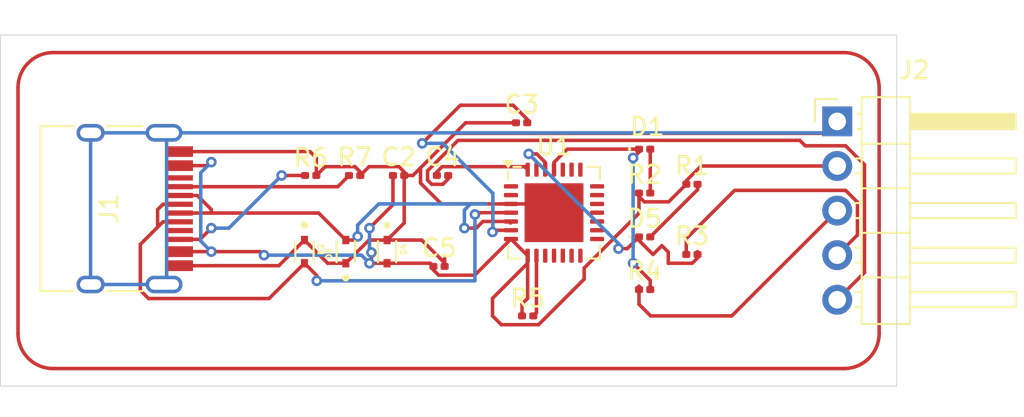
<source format=kicad_pcb>
(kicad_pcb (version 20241229) (generator "pcbnew") (generator_version "9.0")
  (layers (0 "F.Cu" signal) (2 "B.Cu" signal) (13 "F.Paste" user) (15 "B.Paste" user) (5 "F.SilkS" user "F.Silkscreen") (7 "B.SilkS" user "B.Silkscreen") (1 "F.Mask" user) (3 "B.Mask" user) (25 "Edge.Cuts" user))
  (net 0 "")
  (net 1 "/VBUS")
  (net 2 "GND")
  (net 3 "Net-(U1-VDD)")
  (net 4 "/RST")
  (net 5 "Net-(U1-~{DTR})")
  (net 6 "Net-(D1-K)")
  (net 7 "Net-(D1-A)")
  (net 8 "/D+")
  (net 9 "/D-")
  (net 10 "Net-(D5-K)")
  (net 11 "Net-(J1-CC2)")
  (net 14 "Net-(J1-CC1)")
  (net 15 "Net-(D5-A)")
  (net 16 "/TX")
  (net 17 "/RX")
  (net 18 "Net-(U1-~{RST})")
  (footprint "Capacitor_SMD:C_0201_0603Metric" (layer "F.Cu") (at 120.955 77.18)
    (property "Reference" "C5" (at 0 -1.05 0) (layer "F.SilkS"))
    (property "Value" "100nF")
    (pad "1" smd roundrect (at -0.32 0) (size 0.46 0.4) (layers "F.Cu" "F.Mask") (net 1 "/VBUS"))
    (pad "2" smd roundrect (at 0.32 0) (size 0.46 0.4) (layers "F.Cu" "F.Mask") (net 2 "GND"))
  )
  (footprint "Connector_USB:USB_C_Receptacle_HRO_TYPE-C-31-M-12" (layer "F.Cu") (at 102.18 73.89 -90)
    (property "Reference" "J1" (at 0 0 90) (layer "F.SilkS"))
    (property "Value" "USB_C_Receptacle_USB2.0_16P")
    (fp_line (start -4.7 3.9) (end 4.7 3.9) (stroke (width 0.12)) (layer "F.SilkS"))
    (fp_line (start -4.7 2) (end -4.7 3.9) (stroke (width 0.12)) (layer "F.SilkS"))
    (fp_line (start 4.7 2) (end 4.7 3.9) (stroke (width 0.12)) (layer "F.SilkS"))
    (fp_line (start -4.7 -1.9) (end -4.7 0.1) (stroke (width 0.12)) (layer "F.SilkS"))
    (fp_line (start 4.7 -1.9) (end 4.7 0.1) (stroke (width 0.12)) (layer "F.SilkS"))
    (pad "" np_thru_hole circle (at -2.89 -2.6 270) (size 0.65 0.65) (drill 0.65) (layers "*.Cu" "*.Mask"))
    (pad "" np_thru_hole circle (at 2.89 -2.6 270) (size 0.65 0.65) (drill 0.65) (layers "*.Cu" "*.Mask"))
    (pad "A1" smd rect (at -3.25 -4.045 270) (size 0.6 1.45) (layers "F.Cu" "F.Mask" "F.Paste") (net 2 "GND"))
    (pad "A4" smd rect (at -2.45 -4.045 270) (size 0.6 1.45) (layers "F.Cu" "F.Mask" "F.Paste") (net 1 "/VBUS"))
    (pad "A5" smd rect (at -1.25 -4.045 270) (size 0.3 1.45) (layers "F.Cu" "F.Mask" "F.Paste") (net 14 "Net-(J1-CC1)"))
    (pad "A6" smd rect (at -0.25 -4.045 270) (size 0.3 1.45) (layers "F.Cu" "F.Mask" "F.Paste") (net 8 "/D+"))
    (pad "A7" smd rect (at 0.25 -4.045 270) (size 0.3 1.45) (layers "F.Cu" "F.Mask" "F.Paste") (net 9 "/D-"))
    (pad "A8" smd rect (at 1.25 -4.045 270) (size 0.3 1.45) (layers "F.Cu" "F.Mask" "F.Paste"))
    (pad "A9" smd rect (at 2.45 -4.045 270) (size 0.6 1.45) (layers "F.Cu" "F.Mask" "F.Paste") (net 1 "/VBUS"))
    (pad "A12" smd rect (at 3.25 -4.045 270) (size 0.6 1.45) (layers "F.Cu" "F.Mask" "F.Paste") (net 2 "GND"))
    (pad "B1" smd rect (at 3.25 -4.045 270) (size 0.6 1.45) (layers "F.Cu" "F.Mask" "F.Paste") (net 2 "GND"))
    (pad "B4" smd rect (at 2.45 -4.045 270) (size 0.6 1.45) (layers "F.Cu" "F.Mask" "F.Paste") (net 1 "/VBUS"))
    (pad "B5" smd rect (at 1.75 -4.045 270) (size 0.3 1.45) (layers "F.Cu" "F.Mask" "F.Paste") (net 11 "Net-(J1-CC2)"))
    (pad "B6" smd rect (at 0.75 -4.045 270) (size 0.3 1.45) (layers "F.Cu" "F.Mask" "F.Paste") (net 8 "/D+"))
    (pad "B7" smd rect (at -0.75 -4.045 270) (size 0.3 1.45) (layers "F.Cu" "F.Mask" "F.Paste") (net 9 "/D-"))
    (pad "B8" smd rect (at -1.75 -4.045 270) (size 0.3 1.45) (layers "F.Cu" "F.Mask" "F.Paste"))
    (pad "B9" smd rect (at -2.45 -4.045 270) (size 0.6 1.45) (layers "F.Cu" "F.Mask" "F.Paste") (net 1 "/VBUS"))
    (pad "B12" smd rect (at -3.25 -4.045 270) (size 0.6 1.45) (layers "F.Cu" "F.Mask" "F.Paste") (net 2 "GND"))
    (pad "S1" thru_hole oval (at -4.32 -3.13 270) (size 1 2.1) (drill oval 0.6 1.7) (property pad_prop_heatsink) (layers "*.Cu" "*.Mask") (net 2 "GND"))
    (pad "S1" thru_hole oval (at -4.32 1.05 270) (size 1 1.6) (drill oval 0.6 1.2) (property pad_prop_heatsink) (layers "*.Cu" "*.Mask") (net 2 "GND"))
    (pad "S1" thru_hole oval (at 4.32 -3.13 270) (size 1 2.1) (drill oval 0.6 1.7) (property pad_prop_heatsink) (layers "*.Cu" "*.Mask") (net 2 "GND"))
    (pad "S1" thru_hole oval (at 4.32 1.05 270) (size 1 1.6) (drill oval 0.6 1.2) (property pad_prop_heatsink) (layers "*.Cu" "*.Mask") (net 2 "GND"))
  )
  (footprint "Resistor_SMD:R_0201_0603Metric" (layer "F.Cu") (at 135.345 76.5)
    (property "Reference" "R3" (at 0 -1.05 0) (layer "F.SilkS"))
    (property "Value" "1K")
    (pad "1" smd roundrect (at -0.32 0) (size 0.46 0.4) (layers "F.Cu" "F.Mask") (net 16 "/TX"))
    (pad "2" smd roundrect (at 0.32 0) (size 0.46 0.4) (layers "F.Cu" "F.Mask") (net 10 "Net-(D5-K)"))
  )
  (footprint "LED_SMD:LED_0201_0603Metric" (layer "F.Cu") (at 132.655 70.5)
    (property "Reference" "D1" (at 0.16 -1.28 0) (layer "F.SilkS"))
    (property "Value" "LED")
    (fp_circle (center -0.86 0) (end -0.81 0) (stroke (width 0.1)) (fill no) (layer "F.SilkS"))
    (pad "1" smd roundrect (at -0.32 0) (size 0.46 0.4) (layers "F.Cu" "F.Mask") (net 6 "Net-(D1-K)"))
    (pad "2" smd roundrect (at 0.32 0) (size 0.46 0.4) (layers "F.Cu" "F.Mask") (net 7 "Net-(D1-A)"))
  )
  (footprint "LED_SMD:LED_0201_0603Metric" (layer "F.Cu") (at 132.655 75.5)
    (property "Reference" "D5" (at 0 -1.05 0) (layer "F.SilkS"))
    (property "Value" "LED")
    (fp_circle (center -0.86 0) (end -0.81 0) (stroke (width 0.1)) (fill no) (layer "F.SilkS"))
    (pad "1" smd roundrect (at -0.32 0) (size 0.46 0.4) (layers "F.Cu" "F.Mask") (net 10 "Net-(D5-K)"))
    (pad "2" smd roundrect (at 0.32 0) (size 0.46 0.4) (layers "F.Cu" "F.Mask") (net 15 "Net-(D5-A)"))
  )
  (footprint "Resistor_SMD:R_0201_0603Metric" (layer "F.Cu") (at 132.655 78.5)
    (property "Reference" "R4" (at 0 -1.05 0) (layer "F.SilkS"))
    (property "Value" "1K")
    (pad "1" smd roundrect (at -0.32 0) (size 0.46 0.4) (layers "F.Cu" "F.Mask") (net 17 "/RX"))
    (pad "2" smd roundrect (at 0.32 0) (size 0.46 0.4) (layers "F.Cu" "F.Mask") (net 6 "Net-(D1-K)"))
  )
  (footprint "LESD5D5.0CT1G:TVS_LESD5D5.0CT1G" (layer "F.Cu") (at 113.3 76.34 -90)
    (property "Reference" "D2" (at -0.134 -0.9532 90) (layer "F.SilkS") (effects (font (size 0.32 0.32))))
    (property "Value" "LESD5D5.0CT1G")
    (fp_line (start 0.6 0.52) (end -0.6 0.52) (stroke (width 0.127)) (layer "F.SilkS"))
    (fp_line (start -0.6 -0.52) (end 0.6 -0.52) (stroke (width 0.127)) (layer "F.SilkS"))
    (fp_circle (center -1.5 0) (end -1.4 0) (stroke (width 0.2)) (fill no) (layer "F.SilkS"))
    (pad "1" smd rect (at -0.66 0 270) (size 0.48 0.4) (layers "F.Cu" "F.Mask" "F.Paste") (net 2 "GND"))
    (pad "2" smd rect (at 0.66 0 270) (size 0.48 0.4) (layers "F.Cu" "F.Mask" "F.Paste") (net 8 "/D+"))
  )
  (footprint "Connector_PinHeader_2.54mm:PinHeader_1x05_P2.54mm_Horizontal" (layer "F.Cu") (at 143.615 68.92)
    (property "Reference" "J2" (at 4.385 -2.92 0) (layer "F.SilkS"))
    (property "Value" "Conn_01x05_Pin")
    (fp_line (start -1.27 -1.27) (end 0 -1.27) (stroke (width 0.12)) (layer "F.SilkS"))
    (fp_line (start -1.27 0) (end -1.27 -1.27) (stroke (width 0.12)) (layer "F.SilkS"))
    (fp_line (start 1.077358 2.11) (end 1.39 2.11) (stroke (width 0.12)) (layer "F.SilkS"))
    (fp_line (start 1.077358 2.97) (end 1.39 2.97) (stroke (width 0.12)) (layer "F.SilkS"))
    (fp_line (start 1.077358 4.65) (end 1.39 4.65) (stroke (width 0.12)) (layer "F.SilkS"))
    (fp_line (start 1.077358 5.51) (end 1.39 5.51) (stroke (width 0.12)) (layer "F.SilkS"))
    (fp_line (start 1.077358 7.19) (end 1.39 7.19) (stroke (width 0.12)) (layer "F.SilkS"))
    (fp_line (start 1.077358 8.05) (end 1.39 8.05) (stroke (width 0.12)) (layer "F.SilkS"))
    (fp_line (start 1.077358 9.73) (end 1.39 9.73) (stroke (width 0.12)) (layer "F.SilkS"))
    (fp_line (start 1.077358 10.59) (end 1.39 10.59) (stroke (width 0.12)) (layer "F.SilkS"))
    (fp_line (start 1.16 -0.43) (end 1.39 -0.43) (stroke (width 0.12)) (layer "F.SilkS"))
    (fp_line (start 1.16 0.43) (end 1.39 0.43) (stroke (width 0.12)) (layer "F.SilkS"))
    (fp_line (start 1.39 -1.38) (end 1.39 11.54) (stroke (width 0.12)) (layer "F.SilkS"))
    (fp_line (start 1.39 1.27) (end 4.15 1.27) (stroke (width 0.12)) (layer "F.SilkS"))
    (fp_line (start 1.39 3.81) (end 4.15 3.81) (stroke (width 0.12)) (layer "F.SilkS"))
    (fp_line (start 1.39 6.35) (end 4.15 6.35) (stroke (width 0.12)) (layer "F.SilkS"))
    (fp_line (start 1.39 8.89) (end 4.15 8.89) (stroke (width 0.12)) (layer "F.SilkS"))
    (fp_line (start 1.39 11.54) (end 4.15 11.54) (stroke (width 0.12)) (layer "F.SilkS"))
    (fp_line (start 4.15 -1.38) (end 1.39 -1.38) (stroke (width 0.12)) (layer "F.SilkS"))
    (fp_line (start 4.15 2.11) (end 10.15 2.11) (stroke (width 0.12)) (layer "F.SilkS"))
    (fp_line (start 4.15 4.65) (end 10.15 4.65) (stroke (width 0.12)) (layer "F.SilkS"))
    (fp_line (start 4.15 7.19) (end 10.15 7.19) (stroke (width 0.12)) (layer "F.SilkS"))
    (fp_line (start 4.15 9.73) (end 10.15 9.73) (stroke (width 0.12)) (layer "F.SilkS"))
    (fp_line (start 4.15 11.54) (end 4.15 -1.38) (stroke (width 0.12)) (layer "F.SilkS"))
    (fp_line (start 10.15 2.11) (end 10.15 2.97) (stroke (width 0.12)) (layer "F.SilkS"))
    (fp_line (start 10.15 2.97) (end 4.15 2.97) (stroke (width 0.12)) (layer "F.SilkS"))
    (fp_line (start 10.15 4.65) (end 10.15 5.51) (stroke (width 0.12)) (layer "F.SilkS"))
    (fp_line (start 10.15 5.51) (end 4.15 5.51) (stroke (width 0.12)) (layer "F.SilkS"))
    (fp_line (start 10.15 7.19) (end 10.15 8.05) (stroke (width 0.12)) (layer "F.SilkS"))
    (fp_line (start 10.15 8.05) (end 4.15 8.05) (stroke (width 0.12)) (layer "F.SilkS"))
    (fp_line (start 10.15 9.73) (end 10.15 10.59) (stroke (width 0.12)) (layer "F.SilkS"))
    (fp_line (start 10.15 10.59) (end 4.15 10.59) (stroke (width 0.12)) (layer "F.SilkS"))
    (fp_rect (start 4.15 -0.43) (end 10.15 0.43) (stroke (width 0.12)) (fill yes) (layer "F.SilkS"))
    (pad "1" thru_hole rect (at 0 0) (size 1.7 1.7) (drill 1) (layers "*.Cu" "*.Mask") (net 2 "GND"))
    (pad "2" thru_hole circle (at 0 2.54) (size 1.7 1.7) (drill 1) (layers "*.Cu" "*.Mask") (net 1 "/VBUS"))
    (pad "3" thru_hole circle (at 0 5.08) (size 1.7 1.7) (drill 1) (layers "*.Cu" "*.Mask") (net 17 "/RX"))
    (pad "4" thru_hole circle (at 0 7.62) (size 1.7 1.7) (drill 1) (layers "*.Cu" "*.Mask") (net 16 "/TX"))
    (pad "5" thru_hole circle (at 0 10.16) (size 1.7 1.7) (drill 1) (layers "*.Cu" "*.Mask") (net 4 "/RST"))
  )
  (footprint "Resistor_SMD:R_0201_0603Metric" (layer "F.Cu") (at 116.155 72)
    (property "Reference" "R7" (at 0 -1.05 0) (layer "F.SilkS"))
    (property "Value" "5.1K")
    (pad "1" smd roundrect (at -0.32 0) (size 0.46 0.4) (layers "F.Cu" "F.Mask") (net 14 "Net-(J1-CC1)"))
    (pad "2" smd roundrect (at 0.32 0) (size 0.46 0.4) (layers "F.Cu" "F.Mask") (net 2 "GND"))
  )
  (footprint "Resistor_SMD:R_0201_0603Metric" (layer "F.Cu") (at 135.345 72.5)
    (property "Reference" "R1" (at 0 -1.05 0) (layer "F.SilkS"))
    (property "Value" "1K")
    (pad "1" smd roundrect (at -0.32 0) (size 0.46 0.4) (layers "F.Cu" "F.Mask") (net 1 "/VBUS"))
    (pad "2" smd roundrect (at 0.32 0) (size 0.46 0.4) (layers "F.Cu" "F.Mask") (net 15 "Net-(D5-A)"))
  )
  (footprint "Resistor_SMD:R_0201_0603Metric" (layer "F.Cu") (at 132.655 73)
    (property "Reference" "R2" (at 0 -1.05 0) (layer "F.SilkS"))
    (property "Value" "1K")
    (pad "1" smd roundrect (at -0.32 0) (size 0.46 0.4) (layers "F.Cu" "F.Mask") (net 1 "/VBUS"))
    (pad "2" smd roundrect (at 0.32 0) (size 0.46 0.4) (layers "F.Cu" "F.Mask") (net 7 "Net-(D1-A)"))
  )
  (footprint "Resistor_SMD:R_0201_0603Metric" (layer "F.Cu") (at 126 80)
    (property "Reference" "R5" (at 0 -1 0) (layer "F.SilkS"))
    (property "Value" "10K")
    (pad "1" smd roundrect (at -0.32 0) (size 0.46 0.4) (layers "F.Cu" "F.Mask") (net 1 "/VBUS"))
    (pad "2" smd roundrect (at 0.32 0) (size 0.46 0.4) (layers "F.Cu" "F.Mask") (net 18 "Net-(U1-~{RST})"))
  )
  (footprint "LESD5D5.0CT1G:TVS_LESD5D5.0CT1G" (layer "F.Cu") (at 115.65 76.34 90)
    (property "Reference" "D3" (at -0.134 -0.9532 90) (layer "F.SilkS") (effects (font (size 0.32 0.32))))
    (property "Value" "LESD5D5.0CT1G")
    (fp_line (start -0.6 -0.52) (end 0.6 -0.52) (stroke (width 0.127)) (layer "F.SilkS"))
    (fp_line (start 0.6 0.52) (end -0.6 0.52) (stroke (width 0.127)) (layer "F.SilkS"))
    (fp_circle (center -1.5 0) (end -1.4 0) (stroke (width 0.2)) (fill no) (layer "F.SilkS"))
    (pad "1" smd rect (at -0.66 0 90) (size 0.48 0.4) (layers "F.Cu" "F.Mask" "F.Paste") (net 2 "GND"))
    (pad "2" smd rect (at 0.66 0 90) (size 0.48 0.4) (layers "F.Cu" "F.Mask" "F.Paste") (net 9 "/D-"))
  )
  (footprint "Package_DFN_QFN:QFN-28-1EP_5x5mm_P0.5mm_EP3.35x3.35mm" (layer "F.Cu") (at 127.5 74.12)
    (property "Reference" "U1" (at 0 -3.8 0) (layer "F.SilkS"))
    (property "Value" "CP2102N-Axx-xQFN28")
    (fp_line (start -2.61 -1.885) (end -2.61 -2.37) (stroke (width 0.12)) (layer "F.SilkS"))
    (fp_line (start -2.61 2.61) (end -2.61 1.885) (stroke (width 0.12)) (layer "F.SilkS"))
    (fp_line (start -1.885 -2.61) (end -2.31 -2.61) (stroke (width 0.12)) (layer "F.SilkS"))
    (fp_line (start -1.885 2.61) (end -2.61 2.61) (stroke (width 0.12)) (layer "F.SilkS"))
    (fp_line (start 1.885 -2.61) (end 2.61 -2.61) (stroke (width 0.12)) (layer "F.SilkS"))
    (fp_line (start 1.885 2.61) (end 2.61 2.61) (stroke (width 0.12)) (layer "F.SilkS"))
    (fp_line (start 2.61 -2.61) (end 2.61 -1.885) (stroke (width 0.12)) (layer "F.SilkS"))
    (fp_line (start 2.61 2.61) (end 2.61 1.885) (stroke (width 0.12)) (layer "F.SilkS"))
    (fp_poly (pts (xy -2.61 -2.61) (xy -2.85 -2.94) (xy -2.37 -2.94)) (stroke (width 0.12)) (fill yes) (layer "F.SilkS"))
    (pad "1" smd roundrect (at -2.45 -1.5) (size 0.8 0.25) (layers "F.Cu" "F.Mask" "F.Paste"))
    (pad "2" smd roundrect (at -2.45 -1) (size 0.8 0.25) (layers "F.Cu" "F.Mask" "F.Paste"))
    (pad "3" smd roundrect (at -2.45 -0.5) (size 0.8 0.25) (layers "F.Cu" "F.Mask" "F.Paste") (net 2 "GND"))
    (pad "4" smd roundrect (at -2.45 0) (size 0.8 0.25) (layers "F.Cu" "F.Mask" "F.Paste") (net 8 "/D+"))
    (pad "5" smd roundrect (at -2.45 0.5) (size 0.8 0.25) (layers "F.Cu" "F.Mask" "F.Paste") (net 9 "/D-"))
    (pad "6" smd roundrect (at -2.45 1) (size 0.8 0.25) (layers "F.Cu" "F.Mask" "F.Paste") (net 3 "Net-(U1-VDD)"))
    (pad "7" smd roundrect (at -2.45 1.5) (size 0.8 0.25) (layers "F.Cu" "F.Mask" "F.Paste") (net 1 "/VBUS"))
    (pad "8" smd roundrect (at -1.5 2.45) (size 0.25 0.8) (layers "F.Cu" "F.Mask" "F.Paste") (net 1 "/VBUS"))
    (pad "9" smd roundrect (at -1 2.45) (size 0.25 0.8) (layers "F.Cu" "F.Mask" "F.Paste") (net 18 "Net-(U1-~{RST})"))
    (pad "10" smd roundrect (at -0.5 2.45) (size 0.25 0.8) (layers "F.Cu" "F.Mask" "F.Paste"))
    (pad "11" smd roundrect (at 0 2.45) (size 0.25 0.8) (layers "F.Cu" "F.Mask" "F.Paste"))
    (pad "12" smd roundrect (at 0.5 2.45) (size 0.25 0.8) (layers "F.Cu" "F.Mask" "F.Paste"))
    (pad "13" smd roundrect (at 1 2.45) (size 0.25 0.8) (layers "F.Cu" "F.Mask" "F.Paste"))
    (pad "14" smd roundrect (at 1.5 2.45) (size 0.25 0.8) (layers "F.Cu" "F.Mask" "F.Paste"))
    (pad "15" smd roundrect (at 2.45 1.5) (size 0.8 0.25) (layers "F.Cu" "F.Mask" "F.Paste"))
    (pad "16" smd roundrect (at 2.45 1) (size 0.8 0.25) (layers "F.Cu" "F.Mask" "F.Paste"))
    (pad "17" smd roundrect (at 2.45 0.5) (size 0.8 0.25) (layers "F.Cu" "F.Mask" "F.Paste"))
    (pad "18" smd roundrect (at 2.45 0) (size 0.8 0.25) (layers "F.Cu" "F.Mask" "F.Paste"))
    (pad "19" smd roundrect (at 2.45 -0.5) (size 0.8 0.25) (layers "F.Cu" "F.Mask" "F.Paste"))
    (pad "20" smd roundrect (at 2.45 -1) (size 0.8 0.25) (layers "F.Cu" "F.Mask" "F.Paste"))
    (pad "21" smd roundrect (at 2.45 -1.5) (size 0.8 0.25) (layers "F.Cu" "F.Mask" "F.Paste"))
    (pad "22" smd roundrect (at 1.5 -2.45) (size 0.25 0.8) (layers "F.Cu" "F.Mask" "F.Paste"))
    (pad "23" smd roundrect (at 1 -2.45) (size 0.25 0.8) (layers "F.Cu" "F.Mask" "F.Paste"))
    (pad "24" smd roundrect (at 0.5 -2.45) (size 0.25 0.8) (layers "F.Cu" "F.Mask" "F.Paste"))
    (pad "25" smd roundrect (at 0 -2.45) (size 0.25 0.8) (layers "F.Cu" "F.Mask" "F.Paste") (net 6 "Net-(D1-K)"))
    (pad "26" smd roundrect (at -0.5 -2.45) (size 0.25 0.8) (layers "F.Cu" "F.Mask" "F.Paste") (net 10 "Net-(D5-K)"))
    (pad "27" smd roundrect (at -1 -2.45) (size 0.25 0.8) (layers "F.Cu" "F.Mask" "F.Paste"))
    (pad "28" smd roundrect (at -1.5 -2.45) (size 0.25 0.8) (layers "F.Cu" "F.Mask" "F.Paste") (net 5 "Net-(U1-~{DTR})"))
    (pad "29" smd rect (at 0 0) (size 3.35 3.35) (property pad_prop_heatsink) (layers "F.Cu" "F.Mask") (net 2 "GND"))
  )
  (footprint "Capacitor_SMD:C_0201_0603Metric" (layer "F.Cu") (at 125.655 69)
    (property "Reference" "C3" (at 0 -1.05 0) (layer "F.SilkS"))
    (property "Value" "100nF")
    (pad "1" smd roundrect (at -0.32 0) (size 0.46 0.4) (layers "F.Cu" "F.Mask") (net 2 "GND"))
    (pad "2" smd roundrect (at 0.32 0) (size 0.46 0.4) (layers "F.Cu" "F.Mask") (net 3 "Net-(U1-VDD)"))
  )
  (footprint "Capacitor_SMD:C_0201_0603Metric" (layer "F.Cu") (at 121.155 72)
    (property "Reference" "C4" (at 0 -1.05 0) (layer "F.SilkS"))
    (property "Value" "100nF")
    (pad "1" smd roundrect (at -0.32 0) (size 0.46 0.4) (layers "F.Cu" "F.Mask") (net 5 "Net-(U1-~{DTR})"))
    (pad "2" smd roundrect (at 0.32 0) (size 0.46 0.4) (layers "F.Cu" "F.Mask") (net 4 "/RST"))
  )
  (footprint "Resistor_SMD:R_0201_0603Metric" (layer "F.Cu") (at 113.655 72)
    (property "Reference" "R6" (at 0 -1 0) (layer "F.SilkS"))
    (property "Value" "5.1K")
    (pad "1" smd roundrect (at -0.32 0) (size 0.46 0.4) (layers "F.Cu" "F.Mask") (net 11 "Net-(J1-CC2)"))
    (pad "2" smd roundrect (at 0.32 0) (size 0.46 0.4) (layers "F.Cu" "F.Mask") (net 2 "GND"))
  )
  (footprint "LESD5D5.0CT1G:TVS_LESD5D5.0CT1G" (layer "F.Cu") (at 118 76.34 -90)
    (property "Reference" "D4" (at -0.134 -0.9532 90) (layer "F.SilkS") (effects (font (size 0.32 0.32))))
    (property "Value" "LESD5D5.0CT1G")
    (fp_line (start 0.6 0.52) (end -0.6 0.52) (stroke (width 0.127)) (layer "F.SilkS"))
    (fp_line (start -0.6 -0.52) (end 0.6 -0.52) (stroke (width 0.127)) (layer "F.SilkS"))
    (fp_circle (center -1.5 0) (end -1.4 0) (stroke (width 0.2)) (fill no) (layer "F.SilkS"))
    (pad "1" smd rect (at -0.66 0 270) (size 0.48 0.4) (layers "F.Cu" "F.Mask" "F.Paste") (net 2 "GND"))
    (pad "2" smd rect (at 0.66 0 270) (size 0.48 0.4) (layers "F.Cu" "F.Mask" "F.Paste") (net 1 "/VBUS"))
  )
  (footprint "Capacitor_SMD:C_0201_0603Metric" (layer "F.Cu") (at 118.655 72)
    (property "Reference" "C2" (at 0 -1.05 0) (layer "F.SilkS"))
    (property "Value" "100nF")
    (pad "1" smd roundrect (at -0.32 0) (size 0.46 0.4) (layers "F.Cu" "F.Mask") (net 1 "/VBUS"))
    (pad "2" smd roundrect (at 0.32 0) (size 0.46 0.4) (layers "F.Cu" "F.Mask") (net 2 "GND"))
  )
  (gr_line (start 97 81) (end 97 67) (stroke (width 0.2)) (layer "F.Cu"))
  (gr_arc (start 144 65) (mid 145.414214 65.585786) (end 146 67) (stroke (width 0.2)) (layer "F.Cu"))
  (gr_line (start 144 83) (end 99 83) (stroke (width 0.2)) (layer "F.Cu"))
  (gr_line (start 99 65) (end 144 65) (stroke (width 0.2)) (layer "F.Cu"))
  (gr_arc (start 97 67) (mid 97.585786 65.585786) (end 99 65) (stroke (width 0.2)) (layer "F.Cu"))
  (gr_arc (start 146 81) (mid 145.414214 82.414214) (end 144 83) (stroke (width 0.2)) (layer "F.Cu"))
  (gr_line (start 146 67) (end 146 81) (stroke (width 0.2)) (layer "F.Cu"))
  (gr_arc (start 99 83) (mid 97.585786 82.414214) (end 97 81) (stroke (width 0.2)) (layer "F.Cu"))
  (gr_poly (pts (xy 96 64) (xy 147 64) (xy 147 84) (xy 96 84)) (stroke (width 0.05)) (fill no) (layer "Edge.Cuts"))
  (segment (start 124 79) (end 126 77) (width 0.2) (layer "F.Cu") (net 1))
  (segment (start 134.024 73.501) (end 132.636001 73.501) (width 0.2) (layer "F.Cu") (net 1))
  (segment (start 124.501 80.501) (end 124 80) (width 0.2) (layer "F.Cu") (net 1))
  (segment (start 106.225 76.34) (end 108 76.34) (width 0.2) (layer "F.Cu") (net 1))
  (segment (start 126.61887 80.501) (end 124.501 80.501) (width 0.2) (layer "F.Cu") (net 1))
  (segment (start 118 77) (end 120.455 77) (width 0.2) (layer "F.Cu") (net 1))
  (segment (start 135.025 72.5) (end 135.025 72.300001) (width 0.2) (layer "F.Cu") (net 1))
  (segment (start 129.214798 77.905072) (end 126.61887 80.501) (width 0.2) (layer "F.Cu") (net 1))
  (segment (start 106.225 71.44) (end 107.8 71.44) (width 0.2) (layer "F.Cu") (net 1))
  (segment (start 125.05 75.62) (end 122.989 77.681) (width 0.2) (layer "F.Cu") (net 1))
  (segment (start 125.72 79.96) (end 125.68 80) (width 0.2) (layer "F.Cu") (net 1))
  (segment (start 125.68 79.32) (end 126 79) (width 0.2) (layer "F.Cu") (net 1))
  (segment (start 120.635 77.379999) (end 120.635 77.18) (width 0.2) (layer "F.Cu") (net 1))
  (segment (start 132.636001 73.501) (end 132.335 73.199999) (width 0.2) (layer "F.Cu") (net 1))
  (segment (start 120.936001 77.681) (end 120.635 77.379999) (width 0.2) (layer "F.Cu") (net 1))
  (segment (start 117.109265 76.389265) (end 117.109265 76.890735) (width 0.2) (layer "F.Cu") (net 1))
  (segment (start 132.335 73) (end 132.335 74.150798) (width 0.2) (layer "F.Cu") (net 1))
  (segment (start 129.214798 77.271) (end 129.214798 77.905072) (width 0.2) (layer "F.Cu") (net 1))
  (segment (start 126 77) (end 126 76.57) (width 0.2) (layer "F.Cu") (net 1))
  (segment (start 118.335 73.665) (end 117 75) (width 0.2) (layer "F.Cu") (net 1))
  (segment (start 135.865001 71.46) (end 143.615 71.46) (width 0.2) (layer "F.Cu") (net 1))
  (segment (start 135.025 72.300001) (end 135.865001 71.46) (width 0.2) (layer "F.Cu") (net 1))
  (segment (start 107.8 71.44) (end 108 71.24) (width 0.2) (layer "F.Cu") (net 1))
  (segment (start 117 77) (end 118 77) (width 0.2) (layer "F.Cu") (net 1))
  (segment (start 132.335 73.199999) (end 132.335 73) (width 0.2) (layer "F.Cu") (net 1))
  (segment (start 126 79) (end 126 76.57) (width 0.2) (layer "F.Cu") (net 1))
  (segment (start 108 76.34) (end 110.8 76.34) (width 0.2) (layer "F.Cu") (net 1))
  (segment (start 125.68 80) (end 125.68 79.32) (width 0.2) (layer "F.Cu") (net 1))
  (segment (start 124 80) (end 124 79) (width 0.2) (layer "F.Cu") (net 1))
  (segment (start 122.989 77.681) (end 120.936001 77.681) (width 0.2) (layer "F.Cu") (net 1))
  (segment (start 110.8 76.34) (end 111 76.54) (width 0.2) (layer "F.Cu") (net 1))
  (segment (start 117.109265 76.890735) (end 117 77) (width 0.2) (layer "F.Cu") (net 1))
  (segment (start 125.05 75.62) (end 126 76.57) (width 0.2) (layer "F.Cu") (net 1))
  (segment (start 135.025 72.5) (end 134.024 73.501) (width 0.2) (layer "F.Cu") (net 1))
  (segment (start 120.455 77) (end 120.635 77.18) (width 0.2) (layer "F.Cu") (net 1))
  (segment (start 118.335 72) (end 118.335 73.665) (width 0.2) (layer "F.Cu") (net 1))
  (segment (start 132.335 74.150798) (end 129.214798 77.271) (width 0.2) (layer "F.Cu") (net 1))
  (via (at 111 76.54) (size 0.6) (drill 0.3) (layers "F.Cu" "B.Cu") (net 1))
  (via (at 108 71.24) (size 0.6) (drill 0.3) (layers "F.Cu" "B.Cu") (net 1))
  (via (at 117 77) (size 0.6) (drill 0.3) (layers "F.Cu" "B.Cu") (net 1))
  (via (at 117.109265 76.389265) (size 0.6) (drill 0.3) (layers "F.Cu" "B.Cu") (net 1))
  (via (at 117 75) (size 0.6) (drill 0.3) (layers "F.Cu" "B.Cu") (net 1))
  (via (at 108 76.34) (size 0.6) (drill 0.3) (layers "F.Cu" "B.Cu") (net 1))
  (segment (start 108 71.24) (end 107.399 71.841) (width 0.2) (layer "B.Cu") (net 1))
  (segment (start 107.399 71.841) (end 107.399 75.739) (width 0.2) (layer "B.Cu") (net 1))
  (segment (start 117 76.28) (end 117.109265 76.389265) (width 0.2) (layer "B.Cu") (net 1))
  (segment (start 111 76.54) (end 116.54 76.54) (width 0.2) (layer "B.Cu") (net 1))
  (segment (start 107.399 75.739) (end 108 76.34) (width 0.2) (layer "B.Cu") (net 1))
  (segment (start 116.54 76.54) (end 117 77) (width 0.2) (layer "B.Cu") (net 1))
  (segment (start 117 75) (end 117 76.28) (width 0.2) (layer "B.Cu") (net 1))
  (segment (start 122.46803 69) (end 121.87003 69.598) (width 0.2) (layer "F.Cu") (net 2))
  (segment (start 127 73.62) (end 127.5 74.12) (width 0.2) (layer "F.Cu") (net 2))
  (segment (start 118 75.68) (end 118.975 74.705) (width 0.2) (layer "F.Cu") (net 2))
  (segment (start 111.84 77.14) (end 106.225 77.14) (width 0.2) (layer "F.Cu") (net 2))
  (segment (start 114.476 71.499) (end 113.975 72) (width 0.2) (layer "F.Cu") (net 2))
  (segment (start 113.617 70.64) (end 106.225 70.64) (width 0.2) (layer "F.Cu") (net 2))
  (segment (start 119.903 71.56503) (end 119.903 72.43497) (width 0.2) (layer "F.Cu") (net 2))
  (segment (start 143.615 68.92) (end 142.937 69.598) (width 0.2) (layer "F.Cu") (net 2))
  (segment (start 121.87003 69.598) (end 119.903 71.56503) (width 0.2) (layer "F.Cu") (net 2))
  (segment (start 116.976 71.499) (end 116.475 72) (width 0.2) (layer "F.Cu") (net 2))
  (segment (start 118 75.68) (end 116.97 75.68) (width 0.2) (layer "F.Cu") (net 2))
  (segment (start 113.975 70.998) (end 113.617 70.64) (width 0.2) (layer "F.Cu") (net 2))
  (segment (start 119.974999 75.68) (end 121.275 76.980001) (width 0.2) (layer "F.Cu") (net 2))
  (segment (start 115.65 77) (end 114.62 77) (width 0.2) (layer "F.Cu") (net 2))
  (segment (start 119.903 71.56503) (end 119.46803 72) (width 0.2) (layer "F.Cu") (net 2))
  (segment (start 113.3 75.68) (end 111.84 77.14) (width 0.2) (layer "F.Cu") (net 2))
  (segment (start 113.975 72) (end 113.975 70.998) (width 0.2) (layer "F.Cu") (net 2))
  (segment (start 116.97 75.68) (end 115.65 77) (width 0.2) (layer "F.Cu") (net 2))
  (segment (start 124.38 73.62) (end 125.05 73.62) (width 0.2) (layer "F.Cu") (net 2))
  (segment (start 121.08803 73.62) (end 127 73.62) (width 0.2) (layer "F.Cu") (net 2))
  (segment (start 125.335 69) (end 122.46803 69) (width 0.2) (layer "F.Cu") (net 2))
  (segment (start 142.937 69.598) (end 121.87003 69.598) (width 0.2) (layer "F.Cu") (net 2))
  (segment (start 116.475 71.800001) (end 116.173999 71.499) (width 0.2) (layer "F.Cu") (net 2))
  (segment (start 118.975 74.705) (end 118.975 72) (width 0.2) (layer "F.Cu") (net 2))
  (segment (start 118 75.68) (end 119.974999 75.68) (width 0.2) (layer "F.Cu") (net 2))
  (segment (start 143.08 68.92) (end 143 69) (width 0.2) (layer "F.Cu") (net 2))
  (segment (start 121.275 77.18) (end 121.275 76.725) (width 0.2) (layer "F.Cu") (net 2))
  (segment (start 116.173999 71.499) (end 114.476 71.499) (width 0.2) (layer "F.Cu") (net 2))
  (segment (start 143.615 68.92) (end 143.08 68.92) (width 0.2) (layer "F.Cu") (net 2))
  (segment (start 118.673999 71.499) (end 116.976 71.499) (width 0.2) (layer "F.Cu") (net 2))
  (segment (start 121.275 76.980001) (end 121.275 77.18) (width 0.2) (layer "F.Cu") (net 2))
  (segment (start 114.62 77) (end 113.3 75.68) (width 0.2) (layer "F.Cu") (net 2))
  (segment (start 116.475 72) (end 116.475 71.800001) (width 0.2) (layer "F.Cu") (net 2))
  (segment (start 118.975 71.800001) (end 118.673999 71.499) (width 0.2) (layer "F.Cu") (net 2))
  (segment (start 119.903 72.43497) (end 121.08803 73.62) (width 0.2) (layer "F.Cu") (net 2))
  (segment (start 119.46803 72) (end 118.975 72) (width 0.2) (layer "F.Cu") (net 2))
  (segment (start 118.975 72) (end 118.975 71.800001) (width 0.2) (layer "F.Cu") (net 2))
  (segment (start 105.31 69.57) (end 101.13 69.57) (width 0.2) (layer "B.Cu") (net 2))
  (segment (start 105.31 69.57) (end 142.965 69.57) (width 0.2) (layer "B.Cu") (net 2))
  (segment (start 105.31 78.21) (end 105.456 78.064) (width 0.2) (layer "B.Cu") (net 2))
  (segment (start 101.13 69.57) (end 101.13 78.21) (width 0.2) (layer "B.Cu") (net 2))
  (segment (start 105.456 69.716) (end 105.31 69.57) (width 0.2) (layer "B.Cu") (net 2))
  (segment (start 105.456 78.064) (end 105.456 69.716) (width 0.2) (layer "B.Cu") (net 2))
  (segment (start 101.13 78.21) (end 105.31 78.21) (width 0.2) (layer "B.Cu") (net 2))
  (segment (start 142.965 69.57) (end 143.615 68.92) (width 0.2) (layer "B.Cu") (net 2))
  (segment (start 125.975 68.800001) (end 125.174999 68) (width 0.2) (layer "F.Cu") (net 3))
  (segment (start 125.174999 68) (end 122.17 68) (width 0.2) (layer "F.Cu") (net 3))
  (segment (start 122.17 68) (end 120 70.17) (width 0.2) (layer "F.Cu") (net 3))
  (segment (start 125.975 69) (end 125.975 68.800001) (width 0.2) (layer "F.Cu") (net 3))
  (segment (start 124.1 75.12) (end 124 75.22) (width 0.2) (layer "F.Cu") (net 3))
  (segment (start 125.05 75.12) (end 124.1 75.12) (width 0.2) (layer "F.Cu") (net 3))
  (via (at 120 70.17) (size 0.6) (drill 0.3) (layers "F.Cu" "B.Cu") (net 3))
  (via (at 124 75.22) (size 0.6) (drill 0.3) (layers "F.Cu" "B.Cu") (net 3))
  (segment (start 124 75.22) (end 124.02 75.2) (width 0.2) (layer "B.Cu") (net 3))
  (segment (start 124.02 73.02) (end 121.17 70.17) (width 0.2) (layer "B.Cu") (net 3))
  (segment (start 124.02 75.2) (end 124.02 73.02) (width 0.2) (layer "B.Cu") (net 3))
  (segment (start 120 70.17) (end 121.17 70.17) (width 0.2) (layer "B.Cu") (net 3))
  (segment (start 121.475 72.199999) (end 121.475 72) (width 0.2) (layer "F.Cu") (net 4))
  (segment (start 120.304 71.73113) (end 120.304 72.26887) (width 0.2) (layer "F.Cu") (net 4))
  (segment (start 141.78976 70.309) (end 141.47976 69.999) (width 0.2) (layer "F.Cu") (net 4))
  (segment (start 120.304 72.26887) (end 120.53613 72.501) (width 0.2) (layer "F.Cu") (net 4))
  (segment (start 145.167 77.528) (end 145.167 71.38424) (width 0.2) (layer "F.Cu") (net 4))
  (segment (start 121.173999 72.501) (end 121.475 72.199999) (width 0.2) (layer "F.Cu") (net 4))
  (segment (start 144.09176 70.309) (end 141.78976 70.309) (width 0.2) (layer "F.Cu") (net 4))
  (segment (start 120.53613 72.501) (end 121.173999 72.501) (width 0.2) (layer "F.Cu") (net 4))
  (segment (start 143.615 79.08) (end 145.167 77.528) (width 0.2) (layer "F.Cu") (net 4))
  (segment (start 145.167 71.38424) (end 144.09176 70.309) (width 0.2) (layer "F.Cu") (net 4))
  (segment (start 141.47976 69.999) (end 122.03613 69.999) (width 0.2) (layer "F.Cu") (net 4))
  (segment (start 122.03613 69.999) (end 120.304 71.73113) (width 0.2) (layer "F.Cu") (net 4))
  (segment (start 121.136001 71.499) (end 125.829 71.499) (width 0.2) (layer "F.Cu") (net 5))
  (segment (start 125.829 71.499) (end 126 71.67) (width 0.2) (layer "F.Cu") (net 5))
  (segment (start 120.835 71.800001) (end 121.136001 71.499) (width 0.2) (layer "F.Cu") (net 5))
  (segment (start 120.835 72) (end 120.835 71.800001) (width 0.2) (layer "F.Cu") (net 5))
  (segment (start 132.335 70.665) (end 132 71) (width 0.2) (layer "F.Cu") (net 6))
  (segment (start 128.254202 70.5) (end 127.5 71.254202) (width 0.2) (layer "F.Cu") (net 6))
  (segment (start 132.335 70.5) (end 132.335 70.665) (width 0.2) (layer "F.Cu") (net 6))
  (segment (start 132.975 77.975) (end 132.975 78.5) (width 0.2) (layer "F.Cu") (net 6))
  (segment (start 132 77) (end 132.975 77.975) (width 0.2) (layer "F.Cu") (net 6))
  (segment (start 132.335 70.5) (end 128.254202 70.5) (width 0.2) (layer "F.Cu") (net 6))
  (segment (start 127.5 71.254202) (end 127.5 71.67) (width 0.2) (layer "F.Cu") (net 6))
  (via (at 132 77) (size 0.6) (drill 0.3) (layers "F.Cu" "B.Cu") (net 6))
  (via (at 132 71) (size 0.6) (drill 0.3) (layers "F.Cu" "B.Cu") (net 6))
  (segment (start 132 71) (end 132 77) (width 0.2) (layer "B.Cu") (net 6))
  (segment (start 132.975 70.5) (end 132.975 73) (width 0.2) (layer "F.Cu") (net 7))
  (segment (start 106.225 73.64) (end 105.248 73.64) (width 0.2) (layer "F.Cu") (net 8))
  (segment (start 123 74.22) (end 123.1 74.12) (width 0.2) (layer "F.Cu") (net 8))
  (segment (start 114 78) (end 114 77.7) (width 0.2) (layer "F.Cu") (net 8))
  (segment (start 114 77.7) (end 113.3 77) (width 0.2) (layer "F.Cu") (net 8))
  (segment (start 123.1 74.12) (end 125.05 74.12) (width 0.2) (layer "F.Cu") (net 8))
  (segment (start 105.248 74.64) (end 106.225 74.64) (width 0.2) (layer "F.Cu") (net 8))
  (segment (start 104.428215 79.011) (end 103.959 78.541785) (width 0.2) (layer "F.Cu") (net 8))
  (segment (start 113.3 77) (end 111.289 79.011) (width 0.2) (layer "F.Cu") (net 8))
  (segment (start 104.944 74.944) (end 105.248 74.64) (width 0.2) (layer "F.Cu") (net 8))
  (segment (start 105.248 73.64) (end 104.944 73.944) (width 0.2) (layer "F.Cu") (net 8))
  (segment (start 111.289 79.011) (end 104.428215 79.011) (width 0.2) (layer "F.Cu") (net 8))
  (segment (start 103.959 75.929) (end 104.944 74.944) (width 0.2) (layer "F.Cu") (net 8))
  (segment (start 104.944 73.944) (end 104.944 74.944) (width 0.2) (layer "F.Cu") (net 8))
  (segment (start 103.959 78.541785) (end 103.959 75.929) (width 0.2) (layer "F.Cu") (net 8))
  (via (at 114 78) (size 0.6) (drill 0.3) (layers "F.Cu" "B.Cu") (net 8))
  (via (at 123 74.22) (size 0.6) (drill 0.3) (layers "F.Cu" "B.Cu") (net 8))
  (segment (start 123 78) (end 123 74.22) (width 0.2) (layer "B.Cu") (net 8))
  (segment (start 114 78) (end 123 78) (width 0.2) (layer "B.Cu") (net 8))
  (segment (start 115.65 75.68) (end 114.11 74.14) (width 0.2) (layer "F.Cu") (net 9))
  (segment (start 114.11 74.14) (end 108 74.14) (width 0.2) (layer "F.Cu") (net 9))
  (segment (start 106.225 73.14) (end 107.202 73.14) (width 0.2) (layer "F.Cu") (net 9))
  (segment (start 123.449943 74.62) (end 125.05 74.62) (width 0.2) (layer "F.Cu") (net 9))
  (segment (start 123.069943 75) (end 123.449943 74.62) (width 0.2) (layer "F.Cu") (net 9))
  (segment (start 108 73.938) (end 108 74.14) (width 0.2) (layer "F.Cu") (net 9))
  (segment (start 116.12147 75.68) (end 116.325081 75.476389) (width 0.2) (layer "F.Cu") (net 9))
  (segment (start 125.05 74.62) (end 125.05 74.694) (width 0.2) (layer "F.Cu") (net 9))
  (segment (start 107.202 73.14) (end 108 73.938) (width 0.2) (layer "F.Cu") (net 9))
  (segment (start 108 74.14) (end 106.225 74.14) (width 0.2) (layer "F.Cu") (net 9))
  (segment (start 122.4 75) (end 123.069943 75) (width 0.2) (layer "F.Cu") (net 9))
  (segment (start 125.05 74.694) (end 125 74.694) (width 0.2) (layer "F.Cu") (net 9))
  (segment (start 115.65 75.68) (end 116.12147 75.68) (width 0.2) (layer "F.Cu") (net 9))
  (via (at 116.325081 75.476389) (size 0.6) (drill 0.3) (layers "F.Cu" "B.Cu") (net 9))
  (via (at 122.4 75) (size 0.6) (drill 0.3) (layers "F.Cu" "B.Cu") (net 9))
  (segment (start 122.4 73.970057) (end 122.4 75) (width 0.2) (layer "B.Cu") (net 9))
  (segment (start 123.619 73.619) (end 117.531057 73.619) (width 0.2) (layer "B.Cu") (net 9))
  (segment (start 117.531057 73.619) (end 116.325081 74.824976) (width 0.2) (layer "B.Cu") (net 9))
  (segment (start 122.751057 73.619) (end 122.4 73.970057) (width 0.2) (layer "B.Cu") (net 9))
  (segment (start 116.325081 74.824976) (end 116.325081 75.476389) (width 0.2) (layer "B.Cu") (net 9))
  (segment (start 123.619 73.619) (end 122.751057 73.619) (width 0.2) (layer "B.Cu") (net 9))
  (segment (start 131.667836 76.167164) (end 132.335 75.5) (width 0.2) (layer "F.Cu") (net 10))
  (segment (start 135.665 76.699999) (end 135.665 76.5) (width 0.2) (layer "F.Cu") (net 10))
  (segment (start 127 71.254202) (end 126.515798 70.77) (width 0.2) (layer "F.Cu") (net 10))
  (segment (start 132.335 75.5) (end 132.335 75.699999) (width 0.2) (layer "F.Cu") (net 10))
  (segment (start 126.515798 70.77) (end 126.059174 70.77) (width 0.2) (layer "F.Cu") (net 10))
  (segment (start 133.636001 75.999) (end 134 76.362999) (width 0.2) (layer "F.Cu") (net 10))
  (segment (start 135.364999 77) (end 135.665 76.699999) (width 0.2) (layer "F.Cu") (net 10))
  (segment (start 134 77) (end 135.364999 77) (width 0.2) (layer "F.Cu") (net 10))
  (segment (start 135.665 76.34013) (end 135.665 76.5) (width 0.2) (layer "F.Cu") (net 10))
  (segment (start 132.335 75.699999) (end 133.135001 76.5) (width 0.2) (layer "F.Cu") (net 10))
  (segment (start 133.135001 76.5) (end 133.636001 75.999) (width 0.2) (layer "F.Cu") (net 10))
  (segment (start 134 76.362999) (end 134 77) (width 0.2) (layer "F.Cu") (net 10))
  (segment (start 127 71.67) (end 127 71.254202) (width 0.2) (layer "F.Cu") (net 10))
  (segment (start 131.167164 76.167164) (end 131.667836 76.167164) (width 0.2) (layer "F.Cu") (net 10))
  (via (at 131.167164 76.167164) (size 0.6) (drill 0.3) (layers "F.Cu" "B.Cu") (net 10))
  (via (at 126.059174 70.77) (size 0.6) (drill 0.3) (layers "F.Cu" "B.Cu") (net 10))
  (segment (start 131.167164 75.87799) (end 131.167164 76.167164) (width 0.2) (layer "B.Cu") (net 10))
  (segment (start 126.059174 70.77) (end 131.167164 75.87799) (width 0.2) (layer "B.Cu") (net 10))
  (segment (start 113.335 72) (end 112 72) (width 0.2) (layer "F.Cu") (net 11))
  (segment (start 108 75) (end 107.36 75.64) (width 0.2) (layer "F.Cu") (net 11))
  (segment (start 107.36 75.64) (end 106.225 75.64) (width 0.2) (layer "F.Cu") (net 11))
  (via (at 112 72) (size 0.6) (drill 0.3) (layers "F.Cu" "B.Cu") (net 11))
  (via (at 108 75) (size 0.6) (drill 0.3) (layers "F.Cu" "B.Cu") (net 11))
  (segment (start 109 75) (end 108 75) (width 0.2) (layer "B.Cu") (net 11))
  (segment (start 112 72) (end 109 75) (width 0.2) (layer "B.Cu") (net 11))
  (segment (start 115.835 72) (end 115.195 72.64) (width 0.2) (layer "F.Cu") (net 14))
  (segment (start 115.195 72.64) (end 106.225 72.64) (width 0.2) (layer "F.Cu") (net 14))
  (segment (start 135.665 72.81) (end 132.975 75.5) (width 0.2) (layer "F.Cu") (net 15))
  (segment (start 135.665 72.5) (end 135.665 72.81) (width 0.2) (layer "F.Cu") (net 15))
  (segment (start 143.615 76.54) (end 144.766 75.389) (width 0.2) (layer "F.Cu") (net 16))
  (segment (start 144.766 75.389) (end 144.766 73.52324) (width 0.2) (layer "F.Cu") (net 16))
  (segment (start 135.025 75.598) (end 137.774 72.849) (width 0.2) (layer "F.Cu") (net 16))
  (segment (start 144.766 73.52324) (end 144.09176 72.849) (width 0.2) (layer "F.Cu") (net 16))
  (segment (start 144.09176 72.849) (end 137.774 72.849) (width 0.2) (layer "F.Cu") (net 16))
  (segment (start 135.025 76.5) (end 135.025 75.598) (width 0.2) (layer "F.Cu") (net 16))
  (segment (start 133 80) (end 132.335 79.335) (width 0.2) (layer "F.Cu") (net 17))
  (segment (start 137.615 80) (end 133 80) (width 0.2) (layer "F.Cu") (net 17))
  (segment (start 143.615 74) (end 137.615 80) (width 0.2) (layer "F.Cu") (net 17))
  (segment (start 132.335 79.335) (end 132.335 78.5) (width 0.2) (layer "F.Cu") (net 17))
  (segment (start 132.335 78.5) (end 132.335 78.300001) (width 0.2) (layer "F.Cu") (net 17))
  (segment (start 126.32 80) (end 126.5 79.82) (width 0.2) (layer "F.Cu") (net 18))
  (segment (start 126.5 79.82) (end 126.5 76.57) (width 0.2) (layer "F.Cu") (net 18))
)
</source>
